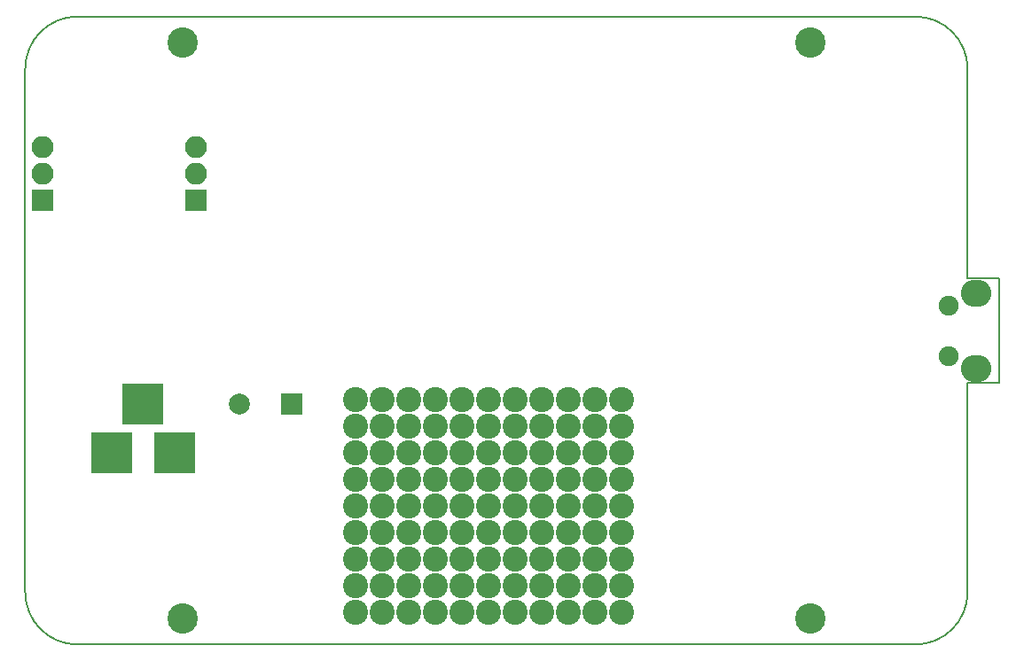
<source format=gbr>
G04 #@! TF.FileFunction,Soldermask,Bot*
%FSLAX46Y46*%
G04 Gerber Fmt 4.6, Leading zero omitted, Abs format (unit mm)*
G04 Created by KiCad (PCBNEW (2015-01-16 BZR 5376)-product) date 23-May-17 3:49:53 PM*
%MOMM*%
G01*
G04 APERTURE LIST*
%ADD10C,0.100000*%
%ADD11C,0.150000*%
%ADD12C,1.900000*%
%ADD13O,2.900000X2.600000*%
%ADD14C,2.900000*%
%ADD15R,2.000000X2.000000*%
%ADD16C,2.000000*%
%ADD17R,3.900000X3.900000*%
%ADD18C,2.400000*%
%ADD19R,2.100000X2.100000*%
%ADD20O,2.100000X2.100000*%
G04 APERTURE END LIST*
D10*
D11*
X65000000Y-112500000D02*
X65000000Y-82500000D01*
X155000000Y-77500000D02*
X155000000Y-87500000D01*
X65000000Y-122500000D02*
X65000000Y-112500000D01*
X65000000Y-72500000D02*
X65000000Y-82500000D01*
X158000000Y-102500000D02*
X155000000Y-102500000D01*
X158000000Y-92500000D02*
X158000000Y-102500000D01*
X155000000Y-92500000D02*
X158000000Y-92500000D01*
X150000000Y-67500000D02*
X70000000Y-67500000D01*
X155000000Y-77500000D02*
X155000000Y-72500000D01*
X155000000Y-122500000D02*
X155000000Y-102500000D01*
X70000000Y-127500000D02*
X150000000Y-127500000D01*
X155000000Y-72500000D02*
G75*
G03X150000000Y-67500000I-5000000J0D01*
G01*
X150000000Y-127500000D02*
G75*
G03X155000000Y-122500000I0J5000000D01*
G01*
X65000000Y-122500000D02*
G75*
G03X70000000Y-127500000I5000000J0D01*
G01*
X70000000Y-67500000D02*
G75*
G03X65000000Y-72500000I0J-5000000D01*
G01*
X155000000Y-92500000D02*
X155000000Y-87500000D01*
D12*
X153162000Y-99961000D03*
D13*
X155812000Y-101161000D03*
D12*
X153162000Y-95111000D03*
D13*
X155812000Y-93911000D03*
D14*
X140000000Y-125000000D03*
X140000000Y-70000000D03*
X80000000Y-125000000D03*
X80000000Y-70000000D03*
D15*
X90424000Y-104521000D03*
D16*
X85424000Y-104521000D03*
D17*
X79248000Y-109220000D03*
X73248000Y-109220000D03*
X76248000Y-104520000D03*
D18*
X96520000Y-104140000D03*
X99060000Y-104140000D03*
X101600000Y-104140000D03*
X104140000Y-104140000D03*
X106680000Y-104140000D03*
X109220000Y-104140000D03*
X111760000Y-104140000D03*
X114300000Y-104140000D03*
X116840000Y-104140000D03*
X119380000Y-104140000D03*
X121920000Y-104140000D03*
X96520000Y-106680000D03*
X99060000Y-106680000D03*
X101600000Y-106680000D03*
X104140000Y-106680000D03*
X106680000Y-106680000D03*
X109220000Y-106680000D03*
X111760000Y-106680000D03*
X114300000Y-106680000D03*
X116840000Y-106680000D03*
X119380000Y-106680000D03*
X121920000Y-106680000D03*
X96520000Y-109220000D03*
X99060000Y-109220000D03*
X101600000Y-109220000D03*
X104140000Y-109220000D03*
X106680000Y-109220000D03*
X109220000Y-109220000D03*
X111760000Y-109220000D03*
X114300000Y-109220000D03*
X116840000Y-109220000D03*
X119380000Y-109220000D03*
X121920000Y-109220000D03*
X96520000Y-111760000D03*
X99060000Y-111760000D03*
X101600000Y-111760000D03*
X104140000Y-111760000D03*
X106680000Y-111760000D03*
X109220000Y-111760000D03*
X111760000Y-111760000D03*
X114300000Y-111760000D03*
X116840000Y-111760000D03*
X119380000Y-111760000D03*
X121920000Y-111760000D03*
X96520000Y-114300000D03*
X99060000Y-114300000D03*
X101600000Y-114300000D03*
X104140000Y-114300000D03*
X106680000Y-114300000D03*
X109220000Y-114300000D03*
X111760000Y-114300000D03*
X114300000Y-114300000D03*
X116840000Y-114300000D03*
X119380000Y-114300000D03*
X121920000Y-114300000D03*
X96520000Y-116840000D03*
X99060000Y-116840000D03*
X101600000Y-116840000D03*
X104140000Y-116840000D03*
X106680000Y-116840000D03*
X109220000Y-116840000D03*
X111760000Y-116840000D03*
X114300000Y-116840000D03*
X116840000Y-116840000D03*
X119380000Y-116840000D03*
X121920000Y-116840000D03*
X96520000Y-119380000D03*
X99060000Y-119380000D03*
X101600000Y-119380000D03*
X104140000Y-119380000D03*
X106680000Y-119380000D03*
X109220000Y-119380000D03*
X111760000Y-119380000D03*
X114300000Y-119380000D03*
X116840000Y-119380000D03*
X119380000Y-119380000D03*
X121920000Y-119380000D03*
X96520000Y-121920000D03*
X99060000Y-121920000D03*
X101600000Y-121920000D03*
X104140000Y-121920000D03*
X106680000Y-121920000D03*
X109220000Y-121920000D03*
X111760000Y-121920000D03*
X114300000Y-121920000D03*
X116840000Y-121920000D03*
X119380000Y-121920000D03*
X121920000Y-121920000D03*
X96520000Y-124460000D03*
X99060000Y-124460000D03*
X101600000Y-124460000D03*
X104140000Y-124460000D03*
X106680000Y-124460000D03*
X109220000Y-124460000D03*
X111760000Y-124460000D03*
X114300000Y-124460000D03*
X116840000Y-124460000D03*
X119380000Y-124460000D03*
X121920000Y-124460000D03*
D19*
X81280000Y-85090000D03*
D20*
X81280000Y-82550000D03*
X81280000Y-80010000D03*
D19*
X66675000Y-85090000D03*
D20*
X66675000Y-82550000D03*
X66675000Y-80010000D03*
M02*

</source>
